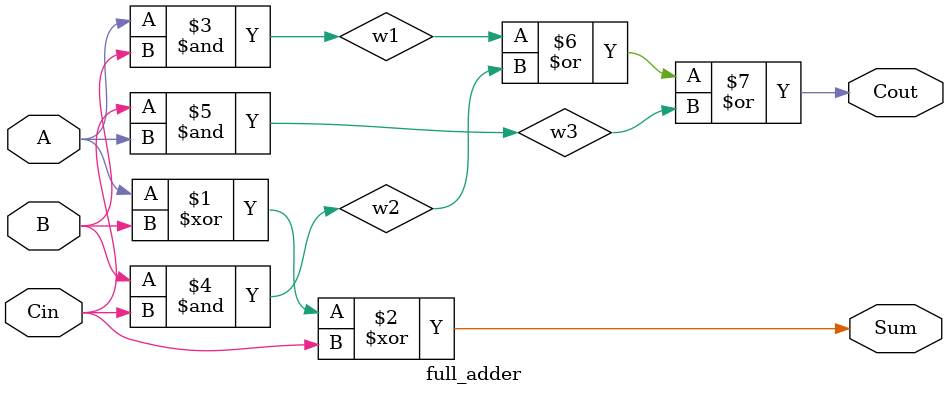
<source format=sv>

module full_adder (A,B,Cin,Sum,Cout);
    input A;
    input B;
    input Cin;
    output Sum;
    output Cout;
    wire w1, w2, w3;
  xor p(Sum, A, B,Cin);
  and v(w1, A, B);
  and h(w2, B, Cin);
  and j(w3, Cin, A);
  or  l(Cout, w1,w2,w3);
endmodule

</source>
